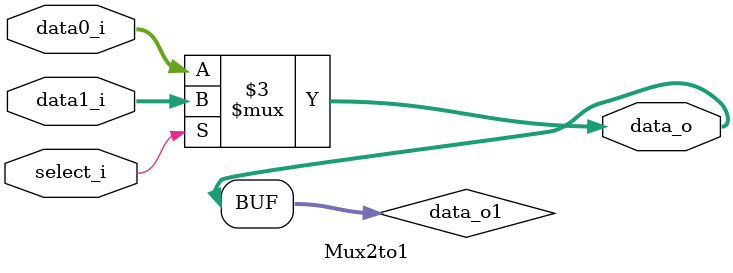
<source format=v>
module Mux2to1 (
    data0_i,
    data1_i,
    select_i,
    data_o
);

  parameter size = 0;

  //I/O ports
  input [size-1:0] data0_i;
  input [size-1:0] data1_i;
  input select_i;

  output [size-1:0] data_o;

  //Internal Signals
  wire [size-1:0] data_o;

  //Main function
  reg [size-1:0] data_o1;
  /*your code here*/
  always@(data0_i or data1_i or select_i)
  begin
    data_o1 = (select_i == 1'b0) ? data0_i : data1_i;
  end
  assign data_o = data_o1;
endmodule

</source>
